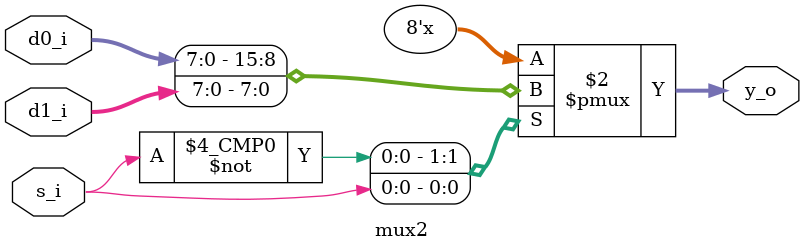
<source format=sv>
`timescale 1ns / 1ps

module mux2 #(parameter WIDTH = 8)(
    input  logic [WIDTH-1:0] d0_i, d1_i,
    input  logic             s_i,
    output logic [WIDTH-1:0] y_o
    );
    
    always @*
    case (s_i)
      1'b0: y_o = d0_i;
      1'b1: y_o = d1_i;
      default: y_o = 1'b0; // Default value if none of the above cases match
    endcase
endmodule

</source>
